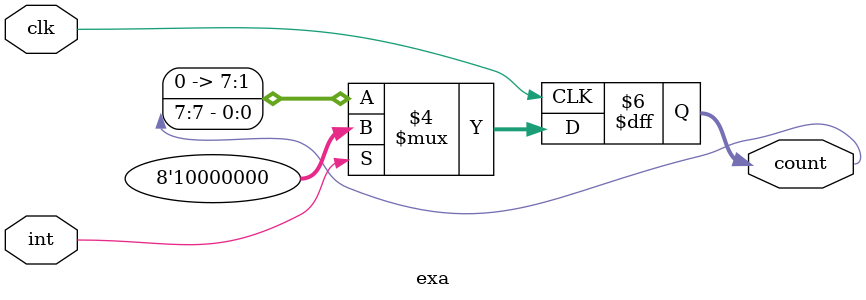
<source format=v>
module exa(clk,int,count);
input clk,int;
output reg [7:0]count;
always@(posedge clk)
begin
if(int)
 count =8'b10000000;
else begin
   count <=count+1;
   count<=count[7];
end
    end
endmodule

</source>
